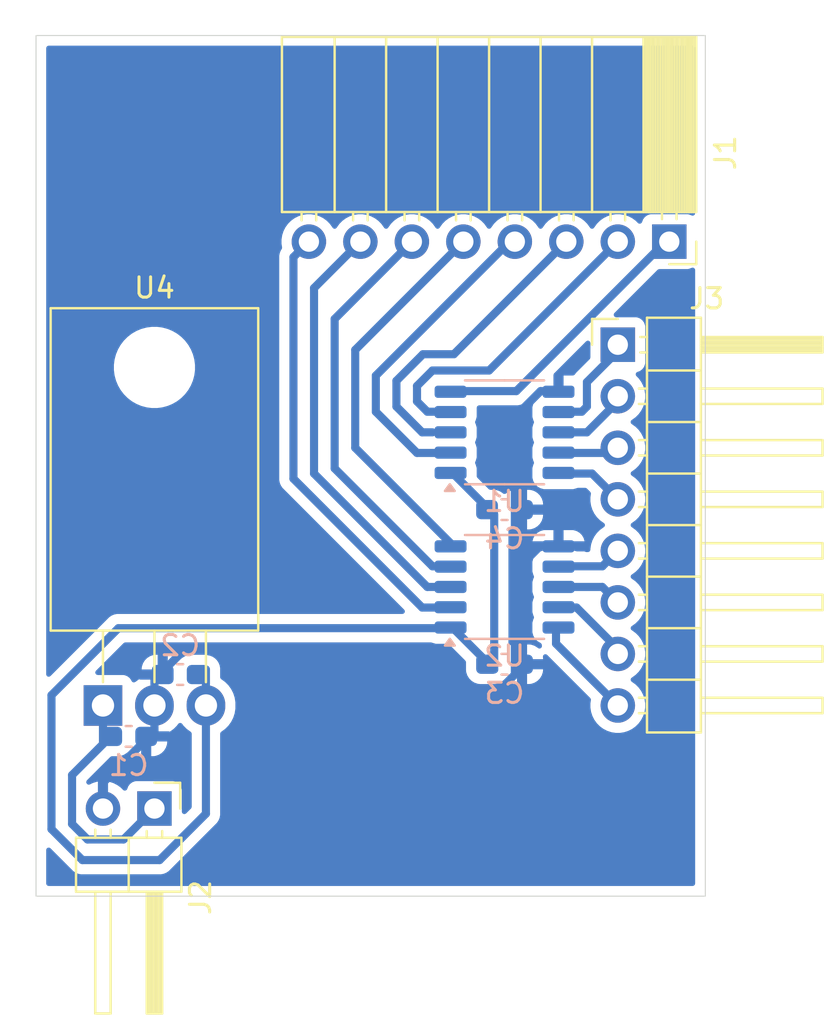
<source format=kicad_pcb>
(kicad_pcb (version 20241229) (generator "pcbnew") (generator_version "9.0")
  (layers (0 "F.Cu" signal) (2 "B.Cu" signal) (13 "F.Paste" user) (15 "B.Paste" user) (5 "F.SilkS" user "F.Silkscreen") (7 "B.SilkS" user "B.Silkscreen") (1 "F.Mask" user) (3 "B.Mask" user) (25 "Edge.Cuts" user))
  (net 0 "")
  (net 1 "+12V")
  (net 2 "GND")
  (net 3 "+5V")
  (net 4 "Net-(J1-Pin_8)")
  (net 5 "Net-(J1-Pin_2)")
  (net 6 "Net-(J1-Pin_7)")
  (net 7 "Net-(J1-Pin_4)")
  (net 8 "Net-(J1-Pin_3)")
  (net 9 "Net-(J1-Pin_5)")
  (net 10 "Net-(J1-Pin_1)")
  (net 11 "Net-(J1-Pin_6)")
  (net 12 "Net-(J3-Pin_8)")
  (net 13 "Net-(J3-Pin_2)")
  (net 14 "Net-(J3-Pin_6)")
  (net 15 "Net-(J3-Pin_7)")
  (net 16 "Net-(J3-Pin_3)")
  (net 17 "Net-(J3-Pin_5)")
  (net 18 "Net-(J3-Pin_4)")
  (net 19 "Net-(J3-Pin_1)")
  (footprint "Connector_PinHeader_2.54mm:PinHeader_1x02_P2.54mm_Horizontal" (layer "F.Cu") (at 129.54 127 -90)
    (property "Reference" "J2" (at 4.385 -2.27 90) (layer "F.SilkS"))
    (property "Value" "Conn_01x02_Pin")
    (fp_line (start 1.44 3.87) (end 4.1 3.87) (stroke (width 0.12)) (layer "F.SilkS"))
    (fp_line (start 4.1 3.87) (end 4.1 -1.33) (stroke (width 0.12)) (layer "F.SilkS"))
    (fp_line (start 1.042929 2.92) (end 1.44 2.92) (stroke (width 0.12)) (layer "F.SilkS"))
    (fp_line (start 10.1 2.92) (end 4.1 2.92) (stroke (width 0.12)) (layer "F.SilkS"))
    (fp_line (start 1.042929 2.16) (end 1.44 2.16) (stroke (width 0.12)) (layer "F.SilkS"))
    (fp_line (start 4.1 2.16) (end 10.1 2.16) (stroke (width 0.12)) (layer "F.SilkS"))
    (fp_line (start 10.1 2.16) (end 10.1 2.92) (stroke (width 0.12)) (layer "F.SilkS"))
    (fp_line (start 1.44 1.27) (end 4.1 1.27) (stroke (width 0.12)) (layer "F.SilkS"))
    (fp_line (start 1.11 0.38) (end 1.44 0.38) (stroke (width 0.12)) (layer "F.SilkS"))
    (fp_line (start 10.1 0.38) (end 4.1 0.38) (stroke (width 0.12)) (layer "F.SilkS"))
    (fp_line (start 4.1 0.28) (end 10.1 0.28) (stroke (width 0.12)) (layer "F.SilkS"))
    (fp_line (start 4.1 0.16) (end 10.1 0.16) (stroke (width 0.12)) (layer "F.SilkS"))
    (fp_line (start 4.1 0.04) (end 10.1 0.04) (stroke (width 0.12)) (layer "F.SilkS"))
    (fp_line (start -1.27 0) (end -1.27 -1.27) (stroke (width 0.12)) (layer "F.SilkS"))
    (fp_line (start 4.1 -0.08) (end 10.1 -0.08) (stroke (width 0.12)) (layer "F.SilkS"))
    (fp_line (start 4.1 -0.2) (end 10.1 -0.2) (stroke (width 0.12)) (layer "F.SilkS"))
    (fp_line (start 4.1 -0.32) (end 10.1 -0.32) (stroke (width 0.12)) (layer "F.SilkS"))
    (fp_line (start 1.11 -0.38) (end 1.44 -0.38) (stroke (width 0.12)) (layer "F.SilkS"))
    (fp_line (start 4.1 -0.38) (end 10.1 -0.38) (stroke (width 0.12)) (layer "F.SilkS"))
    (fp_line (start 10.1 -0.38) (end 10.1 0.38) (stroke (width 0.12)) (layer "F.SilkS"))
    (fp_line (start -1.27 -1.27) (end 0 -1.27) (stroke (width 0.12)) (layer "F.SilkS"))
    (fp_line (start 1.44 -1.33) (end 1.44 3.87) (stroke (width 0.12)) (layer "F.SilkS"))
    (fp_line (start 4.1 -1.33) (end 1.44 -1.33) (stroke (width 0.12)) (layer "F.SilkS"))
    (pad "1" thru_hole rect (at 0 0 270) (size 1.7 1.7) (drill 1) (layers "*.Cu" "*.Mask") (net 1 "+12V"))
    (pad "2" thru_hole oval (at 0 2.54 270) (size 1.7 1.7) (drill 1) (layers "*.Cu" "*.Mask") (net 2 "GND"))
  )
  (footprint "Connector_PinSocket_2.54mm:PinSocket_1x08_P2.54mm_Horizontal" (layer "F.Cu") (at 154.94 99.06 -90)
    (property "Reference" "J1" (at -4.38 -2.77 90) (layer "F.SilkS"))
    (property "Value" "Conn_01x08_Socket")
    (fp_line (start -10.09 19.11) (end -1.46 19.11) (stroke (width 0.12)) (layer "F.SilkS"))
    (fp_line (start -1.46 18.14) (end -1.05 18.14) (stroke (width 0.12)) (layer "F.SilkS"))
    (fp_line (start -1.46 17.42) (end -1.05 17.42) (stroke (width 0.12)) (layer "F.SilkS"))
    (fp_line (start -10.09 16.51) (end -1.46 16.51) (stroke (width 0.12)) (layer "F.SilkS"))
    (fp_line (start -1.46 15.6) (end -1.05 15.6) (stroke (width 0.12)) (layer "F.SilkS"))
    (fp_line (start -1.46 14.88) (end -1.05 14.88) (stroke (width 0.12)) (layer "F.SilkS"))
    (fp_line (start -10.09 13.97) (end -1.46 13.97) (stroke (width 0.12)) (layer "F.SilkS"))
    (fp_line (start -1.46 13.06) (end -1.05 13.06) (stroke (width 0.12)) (layer "F.SilkS"))
    (fp_line (start -1.46 12.34) (end -1.05 12.34) (stroke (width 0.12)) (layer "F.SilkS"))
    (fp_line (start -10.09 11.43) (end -1.46 11.43) (stroke (width 0.12)) (layer "F.SilkS"))
    (fp_line (start -1.46 10.52) (end -1.05 10.52) (stroke (width 0.12)) (layer "F.SilkS"))
    (fp_line (start -1.46 9.8) (end -1.05 9.8) (stroke (width 0.12)) (layer "F.SilkS"))
    (fp_line (start -10.09 8.89) (end -1.46 8.89) (stroke (width 0.12)) (layer "F.SilkS"))
    (fp_line (start -1.46 7.98) (end -1.05 7.98) (stroke (width 0.12)) (layer "F.SilkS"))
    (fp_line (start -1.46 7.26) (end -1.05 7.26) (stroke (width 0.12)) (layer "F.SilkS"))
    (fp_line (start -10.09 6.35) (end -1.46 6.35) (stroke (width 0.12)) (layer "F.SilkS"))
    (fp_line (start -1.46 5.44) (end -1.05 5.44) (stroke (width 0.12)) (layer "F.SilkS"))
    (fp_line (start -1.46 4.72) (end -1.05 4.72) (stroke (width 0.12)) (layer "F.SilkS"))
    (fp_line (start -10.09 3.81) (end -1.46 3.81) (stroke (width 0.12)) (layer "F.SilkS"))
    (fp_line (start -1.46 2.9) (end -1.05 2.9) (stroke (width 0.12)) (layer "F.SilkS"))
    (fp_line (start -1.46 2.18) (end -1.05 2.18) (stroke (width 0.12)) (layer "F.SilkS"))
    (fp_line (start -10.09 1.27) (end -1.46 1.27) (stroke (width 0.12)) (layer "F.SilkS"))
    (fp_line (start -10.09 1.1519) (end -1.46 1.1519) (stroke (width 0.12)) (layer "F.SilkS"))
    (fp_line (start -10.09 1.033805) (end -1.46 1.033805) (stroke (width 0.12)) (layer "F.SilkS"))
    (fp_line (start -10.09 0.91571) (end -1.46 0.91571) (stroke (width 0.12)) (layer "F.SilkS"))
    (fp_line (start -10.09 0.797615) (end -1.46 0.797615) (stroke (width 0.12)) (layer "F.SilkS"))
    (fp_line (start -10.09 0.67952) (end -1.46 0.67952) (stroke (width 0.12)) (layer "F.SilkS"))
    (fp_line (start -10.09 0.561425) (end -1.46 0.561425) (stroke (width 0.12)) (layer "F.SilkS"))
    (fp_line (start -10.09 0.44333) (end -1.46 0.44333) (stroke (width 0.12)) (layer "F.SilkS"))
    (fp_line (start -1.46 0.36) (end -1.11 0.36) (stroke (width 0.12)) (layer "F.SilkS"))
    (fp_line (start -10.09 0.325235) (end -1.46 0.325235) (stroke (width 0.12)) (layer "F.SilkS"))
    (fp_line (start -10.09 0.20714) (end -1.46 0.20714) (stroke (width 0.12)) (layer "F.SilkS"))
    (fp_line (start -10.09 0.089045) (end -1.46 0.089045) (stroke (width 0.12)) (layer "F.SilkS"))
    (fp_line (start -10.09 -0.02905) (end -1.46 -0.02905) (stroke (width 0.12)) (layer "F.SilkS"))
    (fp_line (start -10.09 -0.147145) (end -1.46 -0.147145) (stroke (width 0.12)) (layer "F.SilkS"))
    (fp_line (start -10.09 -0.26524) (end -1.46 -0.26524) (stroke (width 0.12)) (layer "F.SilkS"))
    (fp_line (start -1.46 -0.36) (end -1.11 -0.36) (stroke (width 0.12)) (layer "F.SilkS"))
    (fp_line (start -10.09 -0.383335) (end -1.46 -0.383335) (stroke (width 0.12)) (layer "F.SilkS"))
    (fp_line (start -10.09 -0.50143) (end -1.46 -0.50143) (stroke (width 0.12)) (layer "F.SilkS"))
    (fp_line (start -10.09 -0.619525) (end -1.46 -0.619525) (stroke (width 0.12)) (layer "F.SilkS"))
    (fp_line (start -10.09 -0.73762) (end -1.46 -0.73762) (stroke (width 0.12)) (layer "F.SilkS"))
    (fp_line (start -10.09 -0.855715) (end -1.46 -0.855715) (stroke (width 0.12)) (layer "F.SilkS"))
    (fp_line (start -10.09 -0.97381) (end -1.46 -0.97381) (stroke (width 0.12)) (layer "F.SilkS"))
    (fp_line (start -10.09 -1.091905) (end -1.46 -1.091905) (stroke (width 0.12)) (layer "F.SilkS"))
    (fp_line (start -10.09 -1.21) (end -1.46 -1.21) (stroke (width 0.12)) (layer "F.SilkS"))
    (fp_line (start -10.09 -1.33) (end -10.09 19.11) (stroke (width 0.12)) (layer "F.SilkS"))
    (fp_line (start -10.09 -1.33) (end -1.46 -1.33) (stroke (width 0.12)) (layer "F.SilkS"))
    (fp_line (start -1.46 -1.33) (end -1.46 19.11) (stroke (width 0.12)) (layer "F.SilkS"))
    (fp_line (start 0 -1.33) (end 1.11 -1.33) (stroke (width 0.12)) (layer "F.SilkS"))
    (fp_line (start 1.11 -1.33) (end 1.11 0) (stroke (width 0.12)) (layer "F.SilkS"))
    (pad "1" thru_hole rect (at 0 0 270) (size 1.7 1.7) (drill 1) (layers "*.Cu" "*.Mask") (net 10 "Net-(J1-Pin_1)"))
    (pad "2" thru_hole oval (at 0 2.54 270) (size 1.7 1.7) (drill 1) (layers "*.Cu" "*.Mask") (net 5 "Net-(J1-Pin_2)"))
    (pad "3" thru_hole oval (at 0 5.08 270) (size 1.7 1.7) (drill 1) (layers "*.Cu" "*.Mask") (net 8 "Net-(J1-Pin_3)"))
    (pad "4" thru_hole oval (at 0 7.62 270) (size 1.7 1.7) (drill 1) (layers "*.Cu" "*.Mask") (net 7 "Net-(J1-Pin_4)"))
    (pad "5" thru_hole oval (at 0 10.16 270) (size 1.7 1.7) (drill 1) (layers "*.Cu" "*.Mask") (net 9 "Net-(J1-Pin_5)"))
    (pad "6" thru_hole oval (at 0 12.7 270) (size 1.7 1.7) (drill 1) (layers "*.Cu" "*.Mask") (net 11 "Net-(J1-Pin_6)"))
    (pad "7" thru_hole oval (at 0 15.24 270) (size 1.7 1.7) (drill 1) (layers "*.Cu" "*.Mask") (net 6 "Net-(J1-Pin_7)"))
    (pad "8" thru_hole oval (at 0 17.78 270) (size 1.7 1.7) (drill 1) (layers "*.Cu" "*.Mask") (net 4 "Net-(J1-Pin_8)"))
  )
  (footprint "Package_TO_SOT_THT:TO-220-3_Horizontal_TabDown" (layer "F.Cu") (at 127 121.92)
    (property "Reference" "U4" (at 2.54 -20.58 0) (layer "F.SilkS"))
    (property "Value" "L7805")
    (fp_line (start -2.58 -19.58) (end -2.58 -3.69) (stroke (width 0.12)) (layer "F.SilkS"))
    (fp_line (start -2.58 -19.58) (end 7.66 -19.58) (stroke (width 0.12)) (layer "F.SilkS"))
    (fp_line (start -2.58 -3.69) (end 7.66 -3.69) (stroke (width 0.12)) (layer "F.SilkS"))
    (fp_line (start 0 -3.69) (end 0 -1.15) (stroke (width 0.12)) (layer "F.SilkS"))
    (fp_line (start 2.54 -3.69) (end 2.54 -1.15) (stroke (width 0.12)) (layer "F.SilkS"))
    (fp_line (start 5.08 -3.69) (end 5.08 -1.15) (stroke (width 0.12)) (layer "F.SilkS"))
    (fp_line (start 7.66 -19.58) (end 7.66 -3.69) (stroke (width 0.12)) (layer "F.SilkS"))
    (pad "" np_thru_hole circle (at 2.54 -16.66) (size 3.5 3.5) (drill 3.5) (layers "*.Cu" "*.Mask"))
    (pad "1" thru_hole rect (at 0 0) (size 1.905 2) (drill 1.1) (layers "*.Cu" "*.Mask") (net 1 "+12V"))
    (pad "2" thru_hole oval (at 2.54 0) (size 1.905 2) (drill 1.1) (layers "*.Cu" "*.Mask") (net 2 "GND"))
    (pad "3" thru_hole oval (at 5.08 0) (size 1.905 2) (drill 1.1) (layers "*.Cu" "*.Mask") (net 3 "+5V"))
  )
  (footprint "Connector_PinHeader_2.54mm:PinHeader_1x08_P2.54mm_Horizontal" (layer "F.Cu") (at 152.4 104.14)
    (property "Reference" "J3" (at 4.385 -2.27 0) (layer "F.SilkS"))
    (property "Value" "Conn_01x08_Pin")
    (fp_line (start -1.27 -1.27) (end 0 -1.27) (stroke (width 0.12)) (layer "F.SilkS"))
    (fp_line (start -1.27 0) (end -1.27 -1.27) (stroke (width 0.12)) (layer "F.SilkS"))
    (fp_line (start 1.042929 2.16) (end 1.44 2.16) (stroke (width 0.12)) (layer "F.SilkS"))
    (fp_line (start 1.042929 2.92) (end 1.44 2.92) (stroke (width 0.12)) (layer "F.SilkS"))
    (fp_line (start 1.042929 4.7) (end 1.44 4.7) (stroke (width 0.12)) (layer "F.SilkS"))
    (fp_line (start 1.042929 5.46) (end 1.44 5.46) (stroke (width 0.12)) (layer "F.SilkS"))
    (fp_line (start 1.042929 7.24) (end 1.44 7.24) (stroke (width 0.12)) (layer "F.SilkS"))
    (fp_line (start 1.042929 8) (end 1.44 8) (stroke (width 0.12)) (layer "F.SilkS"))
    (fp_line (start 1.042929 9.78) (end 1.44 9.78) (stroke (width 0.12)) (layer "F.SilkS"))
    (fp_line (start 1.042929 10.54) (end 1.44 10.54) (stroke (width 0.12)) (layer "F.SilkS"))
    (fp_line (start 1.042929 12.32) (end 1.44 12.32) (stroke (width 0.12)) (layer "F.SilkS"))
    (fp_line (start 1.042929 13.08) (end 1.44 13.08) (stroke (width 0.12)) (layer "F.SilkS"))
    (fp_line (start 1.042929 14.86) (end 1.44 14.86) (stroke (width 0.12)) (layer "F.SilkS"))
    (fp_line (start 1.042929 15.62) (end 1.44 15.62) (stroke (width 0.12)) (layer "F.SilkS"))
    (fp_line (start 1.042929 17.4) (end 1.44 17.4) (stroke (width 0.12)) (layer "F.SilkS"))
    (fp_line (start 1.042929 18.16) (end 1.44 18.16) (stroke (width 0.12)) (layer "F.SilkS"))
    (fp_line (start 1.11 -0.38) (end 1.44 -0.38) (stroke (width 0.12)) (layer "F.SilkS"))
    (fp_line (start 1.11 0.38) (end 1.44 0.38) (stroke (width 0.12)) (layer "F.SilkS"))
    (fp_line (start 1.44 -1.33) (end 1.44 19.11) (stroke (width 0.12)) (layer "F.SilkS"))
    (fp_line (start 1.44 1.27) (end 4.1 1.27) (stroke (width 0.12)) (layer "F.SilkS"))
    (fp_line (start 1.44 3.81) (end 4.1 3.81) (stroke (width 0.12)) (layer "F.SilkS"))
    (fp_line (start 1.44 6.35) (end 4.1 6.35) (stroke (width 0.12)) (layer "F.SilkS"))
    (fp_line (start 1.44 8.89) (end 4.1 8.89) (stroke (width 0.12)) (layer "F.SilkS"))
    (fp_line (start 1.44 11.43) (end 4.1 11.43) (stroke (width 0.12)) (layer "F.SilkS"))
    (fp_line (start 1.44 13.97) (end 4.1 13.97) (stroke (width 0.12)) (layer "F.SilkS"))
    (fp_line (start 1.44 16.51) (end 4.1 16.51) (stroke (width 0.12)) (layer "F.SilkS"))
    (fp_line (start 1.44 19.11) (end 4.1 19.11) (stroke (width 0.12)) (layer "F.SilkS"))
    (fp_line (start 4.1 -1.33) (end 1.44 -1.33) (stroke (width 0.12)) (layer "F.SilkS"))
    (fp_line (start 4.1 -0.38) (end 10.1 -0.38) (stroke (width 0.12)) (layer "F.SilkS"))
    (fp_line (start 4.1 -0.32) (end 10.1 -0.32) (stroke (width 0.12)) (layer "F.SilkS"))
    (fp_line (start 4.1 -0.2) (end 10.1 -0.2) (stroke (width 0.12)) (layer "F.SilkS"))
    (fp_line (start 4.1 -0.08) (end 10.1 -0.08) (stroke (width 0.12)) (layer "F.SilkS"))
    (fp_line (start 4.1 0.04) (end 10.1 0.04) (stroke (width 0.12)) (layer "F.SilkS"))
    (fp_line (start 4.1 0.16) (end 10.1 0.16) (stroke (width 0.12)) (layer "F.SilkS"))
    (fp_line (start 4.1 0.28) (end 10.1 0.28) (stroke (width 0.12)) (layer "F.SilkS"))
    (fp_line (start 4.1 2.16) (end 10.1 2.16) (stroke (width 0.12)) (layer "F.SilkS"))
    (fp_line (start 4.1 4.7) (end 10.1 4.7) (stroke (width 0.12)) (layer "F.SilkS"))
    (fp_line (start 4.1 7.24) (end 10.1 7.24) (stroke (width 0.12)) (layer "F.SilkS"))
    (fp_line (start 4.1 9.78) (end 10.1 9.78) (stroke (width 0.12)) (layer "F.SilkS"))
    (fp_line (start 4.1 12.32) (end 10.1 12.32) (stroke (width 0.12)) (layer "F.SilkS"))
    (fp_line (start 4.1 14.86) (end 10.1 14.86) (stroke (width 0.12)) (layer "F.SilkS"))
    (fp_line (start 4.1 17.4) (end 10.1 17.4) (stroke (width 0.12)) (layer "F.SilkS"))
    (fp_line (start 4.1 19.11) (end 4.1 -1.33) (stroke (width 0.12)) (layer "F.SilkS"))
    (fp_line (start 10.1 -0.38) (end 10.1 0.38) (stroke (width 0.12)) (layer "F.SilkS"))
    (fp_line (start 10.1 0.38) (end 4.1 0.38) (stroke (width 0.12)) (layer "F.SilkS"))
    (fp_line (start 10.1 2.16) (end 10.1 2.92) (stroke (width 0.12)) (layer "F.SilkS"))
    (fp_line (start 10.1 2.92) (end 4.1 2.92) (stroke (width 0.12)) (layer "F.SilkS"))
    (fp_line (start 10.1 4.7) (end 10.1 5.46) (stroke (width 0.12)) (layer "F.SilkS"))
    (fp_line (start 10.1 5.46) (end 4.1 5.46) (stroke (width 0.12)) (layer "F.SilkS"))
    (fp_line (start 10.1 7.24) (end 10.1 8) (stroke (width 0.12)) (layer "F.SilkS"))
    (fp_line (start 10.1 8) (end 4.1 8) (stroke (width 0.12)) (layer "F.SilkS"))
    (fp_line (start 10.1 9.78) (end 10.1 10.54) (stroke (width 0.12)) (layer "F.SilkS"))
    (fp_line (start 10.1 10.54) (end 4.1 10.54) (stroke (width 0.12)) (layer "F.SilkS"))
    (fp_line (start 10.1 12.32) (end 10.1 13.08) (stroke (width 0.12)) (layer "F.SilkS"))
    (fp_line (start 10.1 13.08) (end 4.1 13.08) (stroke (width 0.12)) (layer "F.SilkS"))
    (fp_line (start 10.1 14.86) (end 10.1 15.62) (stroke (width 0.12)) (layer "F.SilkS"))
    (fp_line (start 10.1 15.62) (end 4.1 15.62) (stroke (width 0.12)) (layer "F.SilkS"))
    (fp_line (start 10.1 17.4) (end 10.1 18.16) (stroke (width 0.12)) (layer "F.SilkS"))
    (fp_line (start 10.1 18.16) (end 4.1 18.16) (stroke (width 0.12)) (layer "F.SilkS"))
    (pad "1" thru_hole rect (at 0 0) (size 1.7 1.7) (drill 1) (layers "*.Cu" "*.Mask") (net 19 "Net-(J3-Pin_1)"))
    (pad "2" thru_hole oval (at 0 2.54) (size 1.7 1.7) (drill 1) (layers "*.Cu" "*.Mask") (net 13 "Net-(J3-Pin_2)"))
    (pad "3" thru_hole oval (at 0 5.08) (size 1.7 1.7) (drill 1) (layers "*.Cu" "*.Mask") (net 16 "Net-(J3-Pin_3)"))
    (pad "4" thru_hole oval (at 0 7.62) (size 1.7 1.7) (drill 1) (layers "*.Cu" "*.Mask") (net 18 "Net-(J3-Pin_4)"))
    (pad "5" thru_hole oval (at 0 10.16) (size 1.7 1.7) (drill 1) (layers "*.Cu" "*.Mask") (net 17 "Net-(J3-Pin_5)"))
    (pad "6" thru_hole oval (at 0 12.7) (size 1.7 1.7) (drill 1) (layers "*.Cu" "*.Mask") (net 14 "Net-(J3-Pin_6)"))
    (pad "7" thru_hole oval (at 0 15.24) (size 1.7 1.7) (drill 1) (layers "*.Cu" "*.Mask") (net 15 "Net-(J3-Pin_7)"))
    (pad "8" thru_hole oval (at 0 17.78) (size 1.7 1.7) (drill 1) (layers "*.Cu" "*.Mask") (net 12 "Net-(J3-Pin_8)"))
  )
  (footprint "Capacitor_SMD:C_0603_1608Metric_Pad1.08x0.95mm_HandSolder" (layer "B.Cu") (at 146.812 112.268)
    (property "Reference" "C4" (at 0 1.43 180) (layer "B.SilkS") (effects (justify mirror)))
    (property "Value" "0.1uF")
    (fp_line (start -0.146267 -0.51) (end 0.146267 -0.51) (stroke (width 0.12)) (layer "B.SilkS"))
    (fp_line (start -0.146267 0.51) (end 0.146267 0.51) (stroke (width 0.12)) (layer "B.SilkS"))
    (pad "1" smd roundrect (at -0.8625 0) (size 1.075 0.95) (layers "B.Cu" "B.Mask" "B.Paste") (net 3 "+5V"))
    (pad "2" smd roundrect (at 0.8625 0) (size 1.075 0.95) (layers "B.Cu" "B.Mask" "B.Paste") (net 2 "GND"))
  )
  (footprint "Package_SO:SOIC-10_3.9x4.9mm_P1mm" (layer "B.Cu") (at 146.812 108.458)
    (property "Reference" "U1" (at 0 3.4 180) (layer "B.SilkS") (effects (justify mirror)))
    (property "Value" "LV8548MC")
    (fp_line (start 0 -2.56) (end -1.95 -2.56) (stroke (width 0.12)) (layer "B.SilkS"))
    (fp_line (start 0 -2.56) (end 1.95 -2.56) (stroke (width 0.12)) (layer "B.SilkS"))
    (fp_line (start 0 2.56) (end -1.95 2.56) (stroke (width 0.12)) (layer "B.SilkS"))
    (fp_line (start 0 2.56) (end 1.95 2.56) (stroke (width 0.12)) (layer "B.SilkS"))
    (fp_poly (pts (xy -2.7 2.56) (xy -2.94 2.89) (xy -2.46 2.89) (xy -2.7 2.56)) (stroke (width 0.12)) (fill yes) (layer "B.SilkS"))
    (pad "1" smd roundrect (at -2.6625 2) (size 1.575 0.6) (layers "B.Cu" "B.Mask" "B.Paste") (net 3 "+5V"))
    (pad "2" smd roundrect (at -2.6625 1) (size 1.575 0.6) (layers "B.Cu" "B.Mask" "B.Paste") (net 7 "Net-(J1-Pin_4)"))
    (pad "3" smd roundrect (at -2.6625 0) (size 1.575 0.6) (layers "B.Cu" "B.Mask" "B.Paste") (net 8 "Net-(J1-Pin_3)"))
    (pad "4" smd roundrect (at -2.6625 -1) (size 1.575 0.6) (layers "B.Cu" "B.Mask" "B.Paste") (net 5 "Net-(J1-Pin_2)"))
    (pad "5" smd roundrect (at -2.6625 -2) (size 1.575 0.6) (layers "B.Cu" "B.Mask" "B.Paste") (net 10 "Net-(J1-Pin_1)"))
    (pad "6" smd roundrect (at 2.6625 -2) (size 1.575 0.6) (layers "B.Cu" "B.Mask" "B.Paste") (net 2 "GND"))
    (pad "7" smd roundrect (at 2.6625 -1) (size 1.575 0.6) (layers "B.Cu" "B.Mask" "B.Paste") (net 19 "Net-(J3-Pin_1)"))
    (pad "8" smd roundrect (at 2.6625 0) (size 1.575 0.6) (layers "B.Cu" "B.Mask" "B.Paste") (net 13 "Net-(J3-Pin_2)"))
    (pad "9" smd roundrect (at 2.6625 1) (size 1.575 0.6) (layers "B.Cu" "B.Mask" "B.Paste") (net 16 "Net-(J3-Pin_3)"))
    (pad "10" smd roundrect (at 2.6625 2) (size 1.575 0.6) (layers "B.Cu" "B.Mask" "B.Paste") (net 18 "Net-(J3-Pin_4)"))
  )
  (footprint "Capacitor_SMD:C_0603_1608Metric_Pad1.08x0.95mm_HandSolder" (layer "B.Cu") (at 130.81 120.396 180)
    (property "Reference" "C2" (at 0 1.43 0) (layer "B.SilkS") (effects (justify mirror)))
    (property "Value" "0.1uF")
    (fp_line (start -0.146267 0.51) (end 0.146267 0.51) (stroke (width 0.12)) (layer "B.SilkS"))
    (fp_line (start -0.146267 -0.51) (end 0.146267 -0.51) (stroke (width 0.12)) (layer "B.SilkS"))
    (pad "1" smd roundrect (at -0.8625 0 180) (size 1.075 0.95) (layers "B.Cu" "B.Mask" "B.Paste") (net 3 "+5V"))
    (pad "2" smd roundrect (at 0.8625 0 180) (size 1.075 0.95) (layers "B.Cu" "B.Mask" "B.Paste") (net 2 "GND"))
  )
  (footprint "Capacitor_SMD:C_0603_1608Metric_Pad1.08x0.95mm_HandSolder" (layer "B.Cu") (at 128.27 123.444)
    (property "Reference" "C1" (at 0 1.43 0) (layer "B.SilkS") (effects (justify mirror)))
    (property "Value" "0.33uF")
    (fp_line (start -0.146267 -0.51) (end 0.146267 -0.51) (stroke (width 0.12)) (layer "B.SilkS"))
    (fp_line (start -0.146267 0.51) (end 0.146267 0.51) (stroke (width 0.12)) (layer "B.SilkS"))
    (pad "1" smd roundrect (at -0.8625 0) (size 1.075 0.95) (layers "B.Cu" "B.Mask" "B.Paste") (net 1 "+12V"))
    (pad "2" smd roundrect (at 0.8625 0) (size 1.075 0.95) (layers "B.Cu" "B.Mask" "B.Paste") (net 2 "GND"))
  )
  (footprint "Capacitor_SMD:C_0603_1608Metric_Pad1.08x0.95mm_HandSolder" (layer "B.Cu") (at 146.812 119.888)
    (property "Reference" "C3" (at 0 1.43 180) (layer "B.SilkS") (effects (justify mirror)))
    (property "Value" "0.1uF")
    (fp_line (start -0.146267 -0.51) (end 0.146267 -0.51) (stroke (width 0.12)) (layer "B.SilkS"))
    (fp_line (start -0.146267 0.51) (end 0.146267 0.51) (stroke (width 0.12)) (layer "B.SilkS"))
    (pad "1" smd roundrect (at -0.8625 0) (size 1.075 0.95) (layers "B.Cu" "B.Mask" "B.Paste") (net 3 "+5V"))
    (pad "2" smd roundrect (at 0.8625 0) (size 1.075 0.95) (layers "B.Cu" "B.Mask" "B.Paste") (net 2 "GND"))
  )
  (footprint "Package_SO:SOIC-10_3.9x4.9mm_P1mm" (layer "B.Cu") (at 146.812 116.078)
    (property "Reference" "U2" (at 0 3.4 180) (layer "B.SilkS") (effects (justify mirror)))
    (property "Value" "LV8548MC")
    (fp_line (start 0 -2.56) (end -1.95 -2.56) (stroke (width 0.12)) (layer "B.SilkS"))
    (fp_line (start 0 -2.56) (end 1.95 -2.56) (stroke (width 0.12)) (layer "B.SilkS"))
    (fp_line (start 0 2.56) (end -1.95 2.56) (stroke (width 0.12)) (layer "B.SilkS"))
    (fp_line (start 0 2.56) (end 1.95 2.56) (stroke (width 0.12)) (layer "B.SilkS"))
    (fp_poly (pts (xy -2.7 2.56) (xy -2.94 2.89) (xy -2.46 2.89) (xy -2.7 2.56)) (stroke (width 0.12)) (fill yes) (layer "B.SilkS"))
    (pad "1" smd roundrect (at -2.6625 2) (size 1.575 0.6) (layers "B.Cu" "B.Mask" "B.Paste") (net 3 "+5V"))
    (pad "2" smd roundrect (at -2.6625 1) (size 1.575 0.6) (layers "B.Cu" "B.Mask" "B.Paste") (net 4 "Net-(J1-Pin_8)"))
    (pad "3" smd roundrect (at -2.6625 0) (size 1.575 0.6) (layers "B.Cu" "B.Mask" "B.Paste") (net 6 "Net-(J1-Pin_7)"))
    (pad "4" smd roundrect (at -2.6625 -1) (size 1.575 0.6) (layers "B.Cu" "B.Mask" "B.Paste") (net 11 "Net-(J1-Pin_6)"))
    (pad "5" smd roundrect (at -2.6625 -2) (size 1.575 0.6) (layers "B.Cu" "B.Mask" "B.Paste") (net 9 "Net-(J1-Pin_5)"))
    (pad "6" smd roundrect (at 2.6625 -2) (size 1.575 0.6) (layers "B.Cu" "B.Mask" "B.Paste") (net 2 "GND"))
    (pad "7" smd roundrect (at 2.6625 -1) (size 1.575 0.6) (layers "B.Cu" "B.Mask" "B.Paste") (net 17 "Net-(J3-Pin_5)"))
    (pad "8" smd roundrect (at 2.6625 0) (size 1.575 0.6) (layers "B.Cu" "B.Mask" "B.Paste") (net 14 "Net-(J3-Pin_6)"))
    (pad "9" smd roundrect (at 2.6625 1) (size 1.575 0.6) (layers "B.Cu" "B.Mask" "B.Paste") (net 15 "Net-(J3-Pin_7)"))
    (pad "10" smd roundrect (at 2.6625 2) (size 1.575 0.6) (layers "B.Cu" "B.Mask" "B.Paste") (net 12 "Net-(J3-Pin_8)"))
  )
  (gr_rect (start 123.698 88.9) (end 156.718 131.318) (stroke (width 0.05)) (fill no) (layer "Edge.Cuts"))
  (segment (start 125.476 125.349) (end 125.476 127.762) (width 0.4) (layer "B.Cu") (net 1))
  (segment (start 127 121.92) (end 127 123.825) (width 0.4) (layer "B.Cu") (net 1))
  (segment (start 127 123.825) (end 125.476 125.349) (width 0.4) (layer "B.Cu") (net 1))
  (segment (start 128.016 128.524) (end 129.54 127) (width 0.4) (layer "B.Cu") (net 1))
  (segment (start 125.476 127.762) (end 126.238 128.524) (width 0.4) (layer "B.Cu") (net 1))
  (segment (start 126.238 128.524) (end 128.016 128.524) (width 0.4) (layer "B.Cu") (net 1))
  (segment (start 147.32 115.316) (end 148.59 114.046) (width 0.4) (layer "B.Cu") (net 2))
  (segment (start 146.558 121.158) (end 145.288 121.158) (width 0.4) (layer "B.Cu") (net 2))
  (segment (start 147.32 107.696) (end 147.32 120.396) (width 0.4) (layer "B.Cu") (net 2))
  (segment (start 127 125.73) (end 129.54 123.19) (width 0.4) (layer "B.Cu") (net 2))
  (segment (start 127 127) (end 127 125.73) (width 0.4) (layer "B.Cu") (net 2))
  (segment (start 143.256 119.126) (end 131.064 119.126) (width 0.4) (layer "B.Cu") (net 2))
  (segment (start 147.32 120.396) (end 146.558 121.158) (width 0.4) (layer "B.Cu") (net 2))
  (segment (start 148.59 114.046) (end 149.352 114.046) (width 0.4) (layer "B.Cu") (net 2))
  (segment (start 131.064 119.126) (end 129.54 120.65) (width 0.4) (layer "B.Cu") (net 2))
  (segment (start 148.59 106.426) (end 147.32 107.696) (width 0.4) (layer "B.Cu") (net 2))
  (segment (start 145.288 121.158) (end 143.256 119.126) (width 0.4) (layer "B.Cu") (net 2))
  (segment (start 129.54 123.19) (end 129.54 121.92) (width 0.4) (layer "B.Cu") (net 2))
  (segment (start 149.352 106.426) (end 148.59 106.426) (width 0.4) (layer "B.Cu") (net 2))
  (segment (start 129.54 120.65) (end 129.54 121.92) (width 0.4) (layer "B.Cu") (net 2))
  (segment (start 132.08 120.142) (end 132.08 127.254) (width 0.4) (layer "B.Cu") (net 3))
  (segment (start 144.272 118.11) (end 146.304 120.142) (width 0.4) (layer "B.Cu") (net 3))
  (segment (start 124.46 128.016) (end 124.46 121.412) (width 0.4) (layer "B.Cu") (net 3))
  (segment (start 145.9495 119.634) (end 145.923 119.634) (width 0.4) (layer "B.Cu") (net 3))
  (segment (start 146.304 112.522) (end 144.272 110.49) (width 0.4) (layer "B.Cu") (net 3))
  (segment (start 132.08 127.254) (end 129.794 129.54) (width 0.4) (layer "B.Cu") (net 3))
  (segment (start 127.762 118.11) (end 144.272 118.11) (width 0.4) (layer "B.Cu") (net 3))
  (segment (start 124.46 121.412) (end 127.762 118.11) (width 0.4) (layer "B.Cu") (net 3))
  (segment (start 129.794 129.54) (end 125.984 129.54) (width 0.4) (layer "B.Cu") (net 3))
  (segment (start 125.984 129.54) (end 124.46 128.016) (width 0.4) (layer "B.Cu") (net 3))
  (segment (start 146.304 120.142) (end 146.304 112.522) (width 0.4) (layer "B.Cu") (net 3))
  (segment (start 142.748 117.094) (end 144.272 117.094) (width 0.4) (layer "B.Cu") (net 4))
  (segment (start 136.398 99.822) (end 136.398 110.744) (width 0.4) (layer "B.Cu") (net 4))
  (segment (start 137.16 99.06) (end 136.398 99.822) (width 0.4) (layer "B.Cu") (net 4))
  (segment (start 136.398 110.744) (end 142.748 117.094) (width 0.4) (layer "B.Cu") (net 4))
  (segment (start 152.4 99.06) (end 146.05 105.41) (width 0.4) (layer "B.Cu") (net 5))
  (segment (start 142.494 106.934) (end 143.002 107.442) (width 0.4) (layer "B.Cu") (net 5))
  (segment (start 146.05 105.41) (end 143.256 105.41) (width 0.4) (layer "B.Cu") (net 5))
  (segment (start 143.002 107.442) (end 144.272 107.442) (width 0.4) (layer "B.Cu") (net 5))
  (segment (start 142.494 106.172) (end 142.494 106.934) (width 0.4) (layer "B.Cu") (net 5))
  (segment (start 143.256 105.41) (end 142.494 106.172) (width 0.4) (layer "B.Cu") (net 5))
  (segment (start 139.7 99.06) (end 137.414 101.346) (width 0.4) (layer "B.Cu") (net 6))
  (segment (start 143.002 116.078) (end 144.272 116.078) (width 0.4) (layer "B.Cu") (net 6))
  (segment (start 137.414 101.346) (end 137.414 110.49) (width 0.4) (layer "B.Cu") (net 6))
  (segment (start 137.414 110.49) (end 143.002 116.078) (width 0.4) (layer "B.Cu") (net 6))
  (segment (start 140.462 107.442) (end 142.494 109.474) (width 0.4) (layer "B.Cu") (net 7))
  (segment (start 147.32 99.06) (end 147.066 99.06) (width 0.4) (layer "B.Cu") (net 7))
  (segment (start 140.462 105.664) (end 140.462 107.442) (width 0.4) (layer "B.Cu") (net 7))
  (segment (start 147.066 99.06) (end 140.462 105.664) (width 0.4) (layer "B.Cu") (net 7))
  (segment (start 142.494 109.474) (end 144.272 109.474) (width 0.4) (layer "B.Cu") (net 7))
  (segment (start 144.311 104.609) (end 142.787 104.609) (width 0.4) (layer "B.Cu") (net 8))
  (segment (start 142.787 104.609) (end 141.478 105.918) (width 0.4) (layer "B.Cu") (net 8))
  (segment (start 149.86 99.06) (end 149.606 99.06) (width 0.4) (layer "B.Cu") (net 8))
  (segment (start 141.478 105.918) (end 141.478 107.188) (width 0.4) (layer "B.Cu") (net 8))
  (segment (start 141.478 107.188) (end 142.748 108.458) (width 0.4) (layer "B.Cu") (net 8))
  (segment (start 149.86 99.06) (end 144.311 104.609) (width 0.4) (layer "B.Cu") (net 8))
  (segment (start 142.748 108.458) (end 143.256 108.458) (width 0.4) (layer "B.Cu") (net 8))
  (segment (start 139.446 109.22) (end 144.272 114.046) (width 0.4) (layer "B.Cu") (net 9))
  (segment (start 139.446 104.394) (end 139.446 109.22) (width 0.4) (layer "B.Cu") (net 9))
  (segment (start 144.78 99.06) (end 139.446 104.394) (width 0.4) (layer "B.Cu") (net 9))
  (segment (start 154.759 99.06) (end 147.393 106.426) (width 0.4) (layer "B.Cu") (net 10))
  (segment (start 154.94 99.06) (end 154.759 99.06) (width 0.4) (layer "B.Cu") (net 10))
  (segment (start 147.393 106.426) (end 144.272 106.426) (width 0.4) (layer "B.Cu") (net 10))
  (segment (start 143.256 115.062) (end 144.272 115.062) (width 0.4) (layer "B.Cu") (net 11))
  (segment (start 138.43 102.87) (end 138.43 110.236) (width 0.4) (layer "B.Cu") (net 11))
  (segment (start 138.43 110.236) (end 143.256 115.062) (width 0.4) (layer "B.Cu") (net 11))
  (segment (start 142.24 99.06) (end 138.43 102.87) (width 0.4) (layer "B.Cu") (net 11))
  (segment (start 152.4 121.92) (end 149.352 118.872) (width 0.4) (layer "B.Cu") (net 12))
  (segment (start 149.352 118.872) (end 149.352 118.11) (width 0.4) (layer "B.Cu") (net 12))
  (segment (start 152.4 106.934) (end 150.876 108.458) (width 0.4) (layer "B.Cu") (net 13))
  (segment (start 150.876 108.458) (end 149.606 108.458) (width 0.4) (layer "B.Cu") (net 13))
  (segment (start 152.4 106.68) (end 152.4 106.934) (width 0.4) (layer "B.Cu") (net 13))
  (segment (start 151.638 116.078) (end 149.352 116.078) (width 0.4) (layer "B.Cu") (net 14))
  (segment (start 152.4 116.84) (end 151.638 116.078) (width 0.4) (layer "B.Cu") (net 14))
  (segment (start 152.4 119.126) (end 150.368 117.094) (width 0.4) (layer "B.Cu") (net 15))
  (segment (start 152.4 119.38) (end 152.4 119.126) (width 0.4) (layer "B.Cu") (net 15))
  (segment (start 150.368 117.094) (end 149.352 117.094) (width 0.4) (layer "B.Cu") (net 15))
  (segment (start 152.4 109.22) (end 152.146 109.474) (width 0.4) (layer "B.Cu") (net 16))
  (segment (start 152.146 109.474) (end 149.606 109.474) (width 0.4) (layer "B.Cu") (net 16))
  (segment (start 152.4 114.3) (end 151.638 115.062) (width 0.4) (layer "B.Cu") (net 17))
  (segment (start 151.638 115.062) (end 149.352 115.062) (width 0.4) (layer "B.Cu") (net 17))
  (segment (start 151.13 110.49) (end 149.606 110.49) (width 0.4) (layer "B.Cu") (net 18))
  (segment (start 152.4 111.76) (end 151.13 110.49) (width 0.4) (layer "B.Cu") (net 18))
  (segment (start 150.876 107.188) (end 150.622 107.442) (width 0.4) (layer "B.Cu") (net 19))
  (segment (start 152.4 104.4575) (end 150.876 105.9815) (width 0.4) (layer "B.Cu") (net 19))
  (segment (start 150.622 107.442) (end 149.606 107.442) (width 0.4) (layer "B.Cu") (net 19))
  (segment (start 150.876 105.9815) (end 150.876 107.188) (width 0.4) (layer "B.Cu") (net 19))
  (segment (start 152.4 104.14) (end 152.4 104.4575) (width 0.4) (layer "B.Cu") (net 19))
  (zone (net 2) (net_name "GND") (layer "B.Cu") (connect_pads (clearance 0.5)) (min_thickness 0.25) (fill yes (thermal_gap 0.5) (thermal_bridge_width 0.5) (island_removal_mode 2) (island_area_min 10))
    (polygon (pts (xy 121.92 88.9) (xy 121.92 132.08) (xy 157.48 132.08) (xy 157.48 88.9)))
  )
)
</source>
